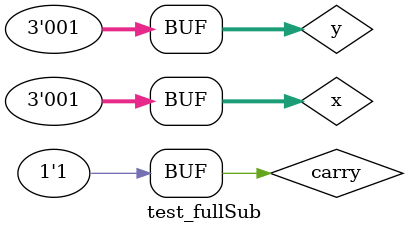
<source format=v>
module fullSub (output s0, output s1, input a, input b, input carryIn);
wire s2, s3, s4, s5, s6;
xor XOR1(s2, a, b);
not NOT1(s3, a);
and AND1(s4, b, s3);
xor XOR2(s0, s2, carryIn);
not NOT2(s5, s2);
and AND2(s6, s5, carryIn);
or OR1(s1, s4, s6);

endmodule // full Sub
module test_fullSub;
// ------------------------- definir dados
reg[0:2] x;
reg[0:2] y;
reg carry;
wire[0:2] sub1;
wire[0:2] sub2;

fullSub modulo1(sub1[0], sub2[0], x[0], y[0], carry);
fullSub modulo2(sub1[1], sub2[1], x[1], y[1], carry);
fullSub modulo3(sub1[2], sub2[2], x[2], y[2], carry);
// ------------------------- parte principal
initial begin
$display("Exemplo0021 - Guilherme Moreira Nunes - 408947");
$display("Test ALUs full Sub");
$display("x   y   ci  s0 s1");
#1 x = 0; y = 0; carry = 0;
$monitor("%b - %b - %b = %b  %b", x, y, carry, sub1, sub2);

#1 x = 0; y = 0; carry = 1;
#1 x = 0; y = 1; carry = 0;
#1 x = 0; y = 1; carry = 1;
#1 x = 1; y = 0; carry = 0;
#1 x = 1; y = 1; carry = 1;
// projetar testes
end
endmodule // test_fullSub
</source>
